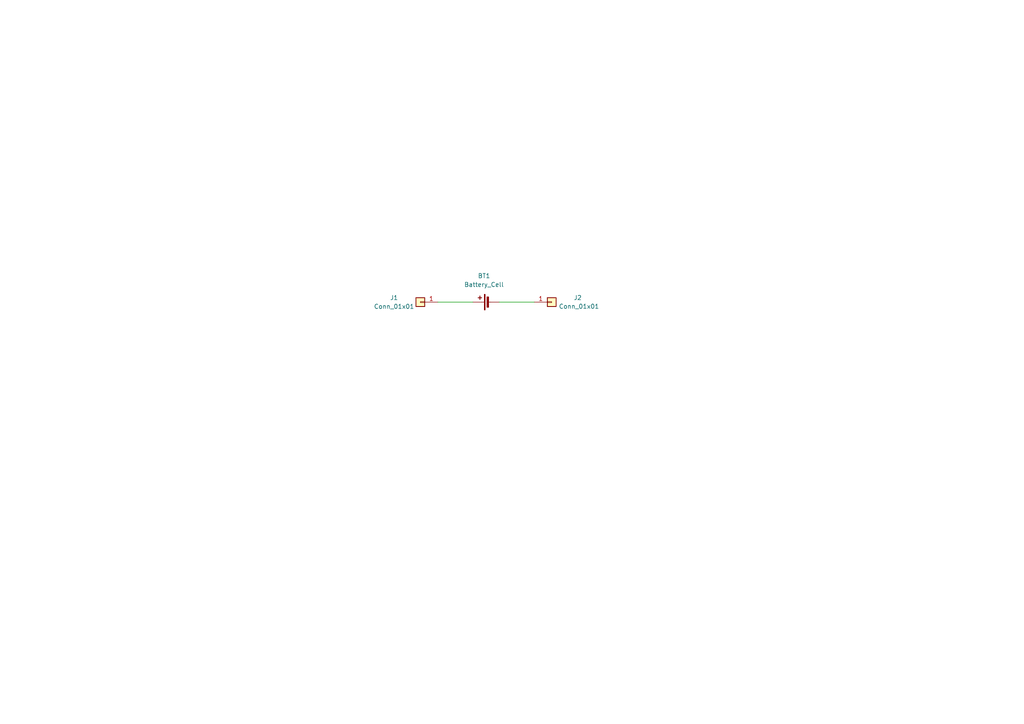
<source format=kicad_sch>
(kicad_sch
	(version 20231120)
	(generator "eeschema")
	(generator_version "8.0")
	(uuid "a10ffbee-7471-4843-a2ac-855bab04b8e2")
	(paper "A4")
	(lib_symbols
		(symbol "Connector_Generic:Conn_01x01"
			(pin_names
				(offset 1.016) hide)
			(exclude_from_sim no)
			(in_bom yes)
			(on_board yes)
			(property "Reference" "J"
				(at 0 2.54 0)
				(effects
					(font
						(size 1.27 1.27)
					)
				)
			)
			(property "Value" "Conn_01x01"
				(at 0 -2.54 0)
				(effects
					(font
						(size 1.27 1.27)
					)
				)
			)
			(property "Footprint" ""
				(at 0 0 0)
				(effects
					(font
						(size 1.27 1.27)
					)
					(hide yes)
				)
			)
			(property "Datasheet" "~"
				(at 0 0 0)
				(effects
					(font
						(size 1.27 1.27)
					)
					(hide yes)
				)
			)
			(property "Description" "Generic connector, single row, 01x01, script generated (kicad-library-utils/schlib/autogen/connector/)"
				(at 0 0 0)
				(effects
					(font
						(size 1.27 1.27)
					)
					(hide yes)
				)
			)
			(property "ki_keywords" "connector"
				(at 0 0 0)
				(effects
					(font
						(size 1.27 1.27)
					)
					(hide yes)
				)
			)
			(property "ki_fp_filters" "Connector*:*_1x??_*"
				(at 0 0 0)
				(effects
					(font
						(size 1.27 1.27)
					)
					(hide yes)
				)
			)
			(symbol "Conn_01x01_1_1"
				(rectangle
					(start -1.27 0.127)
					(end 0 -0.127)
					(stroke
						(width 0.1524)
						(type default)
					)
					(fill
						(type none)
					)
				)
				(rectangle
					(start -1.27 1.27)
					(end 1.27 -1.27)
					(stroke
						(width 0.254)
						(type default)
					)
					(fill
						(type background)
					)
				)
				(pin passive line
					(at -5.08 0 0)
					(length 3.81)
					(name "Pin_1"
						(effects
							(font
								(size 1.27 1.27)
							)
						)
					)
					(number "1"
						(effects
							(font
								(size 1.27 1.27)
							)
						)
					)
				)
			)
		)
		(symbol "Device:Battery_Cell"
			(pin_numbers hide)
			(pin_names
				(offset 0) hide)
			(exclude_from_sim no)
			(in_bom yes)
			(on_board yes)
			(property "Reference" "BT"
				(at 2.54 2.54 0)
				(effects
					(font
						(size 1.27 1.27)
					)
					(justify left)
				)
			)
			(property "Value" "Battery_Cell"
				(at 2.54 0 0)
				(effects
					(font
						(size 1.27 1.27)
					)
					(justify left)
				)
			)
			(property "Footprint" ""
				(at 0 1.524 90)
				(effects
					(font
						(size 1.27 1.27)
					)
					(hide yes)
				)
			)
			(property "Datasheet" "~"
				(at 0 1.524 90)
				(effects
					(font
						(size 1.27 1.27)
					)
					(hide yes)
				)
			)
			(property "Description" "Single-cell battery"
				(at 0 0 0)
				(effects
					(font
						(size 1.27 1.27)
					)
					(hide yes)
				)
			)
			(property "ki_keywords" "battery cell"
				(at 0 0 0)
				(effects
					(font
						(size 1.27 1.27)
					)
					(hide yes)
				)
			)
			(symbol "Battery_Cell_0_1"
				(rectangle
					(start -2.286 1.778)
					(end 2.286 1.524)
					(stroke
						(width 0)
						(type default)
					)
					(fill
						(type outline)
					)
				)
				(rectangle
					(start -1.524 1.016)
					(end 1.524 0.508)
					(stroke
						(width 0)
						(type default)
					)
					(fill
						(type outline)
					)
				)
				(polyline
					(pts
						(xy 0 0.762) (xy 0 0)
					)
					(stroke
						(width 0)
						(type default)
					)
					(fill
						(type none)
					)
				)
				(polyline
					(pts
						(xy 0 1.778) (xy 0 2.54)
					)
					(stroke
						(width 0)
						(type default)
					)
					(fill
						(type none)
					)
				)
				(polyline
					(pts
						(xy 0.762 3.048) (xy 1.778 3.048)
					)
					(stroke
						(width 0.254)
						(type default)
					)
					(fill
						(type none)
					)
				)
				(polyline
					(pts
						(xy 1.27 3.556) (xy 1.27 2.54)
					)
					(stroke
						(width 0.254)
						(type default)
					)
					(fill
						(type none)
					)
				)
			)
			(symbol "Battery_Cell_1_1"
				(pin passive line
					(at 0 5.08 270)
					(length 2.54)
					(name "+"
						(effects
							(font
								(size 1.27 1.27)
							)
						)
					)
					(number "1"
						(effects
							(font
								(size 1.27 1.27)
							)
						)
					)
				)
				(pin passive line
					(at 0 -2.54 90)
					(length 2.54)
					(name "-"
						(effects
							(font
								(size 1.27 1.27)
							)
						)
					)
					(number "2"
						(effects
							(font
								(size 1.27 1.27)
							)
						)
					)
				)
			)
		)
	)
	(wire
		(pts
			(xy 137.16 87.63) (xy 127 87.63)
		)
		(stroke
			(width 0)
			(type default)
		)
		(uuid "65135917-1fbe-49da-ae97-e74eaf82221f")
	)
	(wire
		(pts
			(xy 154.94 87.63) (xy 144.78 87.63)
		)
		(stroke
			(width 0)
			(type default)
		)
		(uuid "bf0b24c0-27f3-48af-9fb0-d0e1b99f44d8")
	)
	(symbol
		(lib_id "Connector_Generic:Conn_01x01")
		(at 160.02 87.63 0)
		(unit 1)
		(exclude_from_sim no)
		(in_bom yes)
		(on_board yes)
		(dnp no)
		(uuid "00000000-0000-0000-0000-000060d3b402")
		(property "Reference" "J2"
			(at 166.37 86.36 0)
			(effects
				(font
					(size 1.27 1.27)
				)
				(justify left)
			)
		)
		(property "Value" "Conn_01x01"
			(at 162.052 88.8746 0)
			(effects
				(font
					(size 1.27 1.27)
				)
				(justify left)
			)
		)
		(property "Footprint" "CR2032 Toaster:6mm PTS"
			(at 160.02 87.63 0)
			(effects
				(font
					(size 1.27 1.27)
				)
				(hide yes)
			)
		)
		(property "Datasheet" "~"
			(at 160.02 87.63 0)
			(effects
				(font
					(size 1.27 1.27)
				)
				(hide yes)
			)
		)
		(property "Description" ""
			(at 160.02 87.63 0)
			(effects
				(font
					(size 1.27 1.27)
				)
				(hide yes)
			)
		)
		(pin "1"
			(uuid "9a1b6a06-1bad-4667-84d6-0b2dfeacceb6")
		)
		(instances
			(project ""
				(path "/a10ffbee-7471-4843-a2ac-855bab04b8e2"
					(reference "J2")
					(unit 1)
				)
			)
		)
	)
	(symbol
		(lib_id "Connector_Generic:Conn_01x01")
		(at 121.92 87.63 0)
		(mirror y)
		(unit 1)
		(exclude_from_sim no)
		(in_bom yes)
		(on_board yes)
		(dnp no)
		(uuid "00000000-0000-0000-0000-000060d3cfe2")
		(property "Reference" "J1"
			(at 114.3 86.36 0)
			(effects
				(font
					(size 1.27 1.27)
				)
			)
		)
		(property "Value" "Conn_01x01"
			(at 114.3 88.9 0)
			(effects
				(font
					(size 1.27 1.27)
				)
			)
		)
		(property "Footprint" "CR2032 Toaster:6mm PTS"
			(at 121.92 87.63 0)
			(effects
				(font
					(size 1.27 1.27)
				)
				(hide yes)
			)
		)
		(property "Datasheet" "~"
			(at 121.92 87.63 0)
			(effects
				(font
					(size 1.27 1.27)
				)
				(hide yes)
			)
		)
		(property "Description" ""
			(at 121.92 87.63 0)
			(effects
				(font
					(size 1.27 1.27)
				)
				(hide yes)
			)
		)
		(pin "1"
			(uuid "70c806c1-0aca-421c-9d5c-8e0d1c037ffe")
		)
		(instances
			(project ""
				(path "/a10ffbee-7471-4843-a2ac-855bab04b8e2"
					(reference "J1")
					(unit 1)
				)
			)
		)
	)
	(symbol
		(lib_id "Device:Battery_Cell")
		(at 142.24 87.63 90)
		(unit 1)
		(exclude_from_sim no)
		(in_bom yes)
		(on_board yes)
		(dnp no)
		(fields_autoplaced yes)
		(uuid "04b09a52-e02c-4b65-86fc-13330391f97f")
		(property "Reference" "BT1"
			(at 140.3985 80.01 90)
			(effects
				(font
					(size 1.27 1.27)
				)
			)
		)
		(property "Value" "Battery_Cell"
			(at 140.3985 82.55 90)
			(effects
				(font
					(size 1.27 1.27)
				)
			)
		)
		(property "Footprint" "CR2032 Toaster:BatteryHolder_TE_BAT-HLD-005-THM_1x2032"
			(at 140.716 87.63 90)
			(effects
				(font
					(size 1.27 1.27)
				)
				(hide yes)
			)
		)
		(property "Datasheet" "~"
			(at 140.716 87.63 90)
			(effects
				(font
					(size 1.27 1.27)
				)
				(hide yes)
			)
		)
		(property "Description" "Single-cell battery"
			(at 142.24 87.63 0)
			(effects
				(font
					(size 1.27 1.27)
				)
				(hide yes)
			)
		)
		(pin "2"
			(uuid "0fed1786-e9ba-41d4-8159-30f27a86743d")
		)
		(pin "1"
			(uuid "1981c04b-21ee-4d0e-8c95-4b57f524fb47")
		)
		(instances
			(project ""
				(path "/a10ffbee-7471-4843-a2ac-855bab04b8e2"
					(reference "BT1")
					(unit 1)
				)
			)
		)
	)
	(sheet_instances
		(path "/"
			(page "1")
		)
	)
)

</source>
